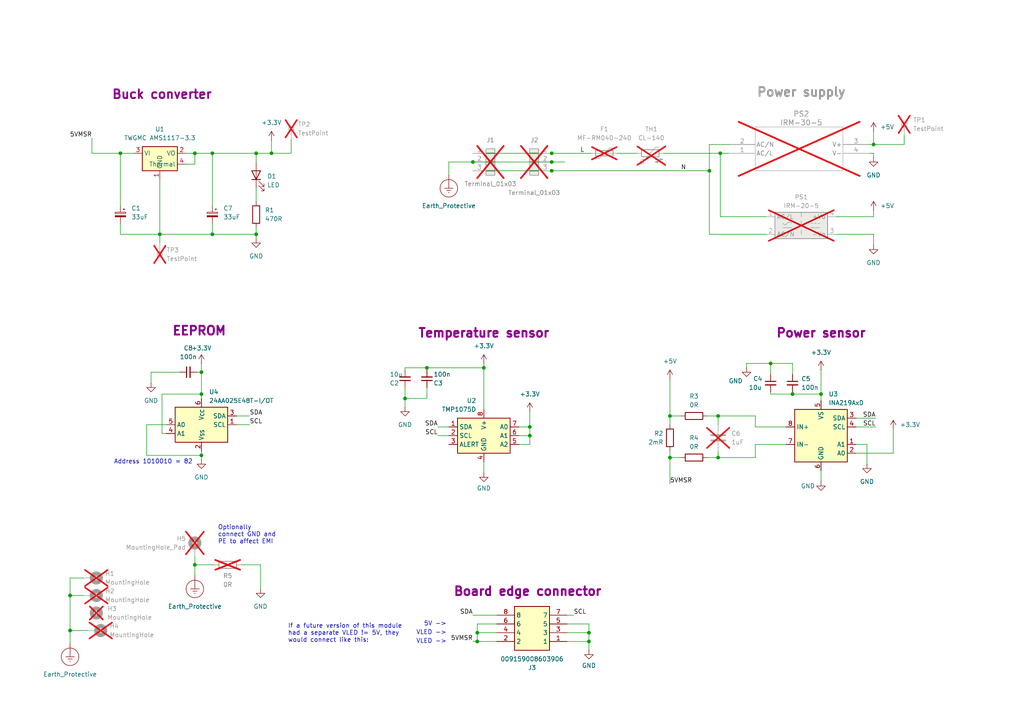
<source format=kicad_sch>
(kicad_sch (version 20231120) (generator "eeschema") (generator_version "8.0")
  (paper "A4")
  (title_block (title "besteLampe! ABL Power Module") (date "2024-12-15") (rev "1.2.2") (comment 1 "See https://beste-lampe.de for the source and more information") (comment 2 "This source describes Open Hardware and is licensed under the CERN-OHL-S v2.") (comment 3 "Copyright 2024 Lena Schimmel <mail@lenaschimmel.de>") (comment 4 "Design for JLCPCB 1-2 Layer Service"))
  (lib_symbols
    (symbol "009159008603906:009159008603906"
      (property "Reference" "J" (at 16.51 7.62 0))
      (property "Value" "009159008603906" (at 16.51 5.08 0))
      (symbol "009159008603906_1_1"
        (rectangle (start 5.08 2.54) (end 15.24 -10.16) (stroke (width 0.254)) (fill (type background)))
        (pin passive line (at 20.32 0 180) (length 5.08) (name "1") (number "1"))
        (pin passive line (at 0 0 0) (length 5.08) (name "2") (number "2"))
        (pin passive line (at 20.32 -2.54 180) (length 5.08) (name "3") (number "3"))
        (pin passive line (at 0 -2.54 0) (length 5.08) (name "4") (number "4"))
        (pin passive line (at 20.32 -5.08 180) (length 5.08) (name "5") (number "5"))
        (pin passive line (at 0 -5.08 0) (length 5.08) (name "6") (number "6"))
        (pin passive line (at 20.32 -7.62 180) (length 5.08) (name "7") (number "7"))
        (pin passive line (at 0 -7.62 0) (length 5.08) (name "8") (number "8"))
      )
    )
    (symbol "Connector:TestPoint" (pin_numbers hide) (pin_names (offset 0.762) hide)
      (property "Reference" "TP" (at 0 6.858 0))
      (property "Value" "TestPoint" (at 0 5.08 0))
      (symbol "TestPoint_0_1"
        (circle (center 0 3.302) (radius 0.762))
      )
      (symbol "TestPoint_1_1"
        (pin passive line (at 0 0 90) (length 2.54) (name "1") (number "1"))
      )
    )
    (symbol "Connector_Generic:Conn_01x03_thru" (pin_names (offset 1.016) hide)
      (property "Reference" "J" (at 0 5.08 0))
      (property "Value" "Conn_01x03" (at 0 -5.08 0))
      (symbol "Conn_01x03_thru_1_1"
        (rectangle (start -1.27 -2.413) (end 1.27 -2.667) (stroke (width 0.1524)))
        (rectangle (start -1.27 0.127) (end 1.27 -0.127) (stroke (width 0.1524)))
        (rectangle (start -1.27 2.667) (end 1.27 2.413) (stroke (width 0.1524)))
        (rectangle (start -1.27 3.81) (end 1.27 -3.81) (stroke (width 0.254)) (fill (type background)))
        (pin passive line (at -5.08 2.54 0) (length 3.81) (name "Pin_1") (number "1"))
        (pin passive line (at -5.08 0 0) (length 3.81) (name "Pin_2") (number "2"))
        (pin passive line (at -5.08 -2.54 0) (length 3.81) (name "Pin_3") (number "3"))
      )
    )
    (symbol "Converter_ACDC:IRM-20-5"
      (property "Reference" "PS" (at 0 5.08 0))
      (property "Value" "IRM-20-5" (at 0 -5.08 0))
      (symbol "IRM-20-5_0_1"
        (rectangle (start -7.62 3.81) (end 7.62 -3.81) (stroke (width 0.254)) (fill (type background)))
        (arc (start -5.334 0.635) (mid -4.699 0.2495) (end -4.064 0.635))
        (arc (start -2.794 0.635) (mid -3.429 1.0072) (end -4.064 0.635))
        (polyline (pts (xy -5.334 -0.635) (xy -2.794 -0.635)))
        (polyline (pts (xy 0 -1.27) (xy 0 -2.54)))
        (polyline (pts (xy 0 1.27) (xy 0 0)))
        (polyline (pts (xy 0 3.81) (xy 0 2.54)))
        (polyline (pts (xy 2.794 -0.635) (xy 5.334 -0.635)))
        (polyline (pts (xy 2.794 0.635) (xy 3.302 0.635)))
        (polyline (pts (xy 3.81 0.635) (xy 4.318 0.635)))
        (polyline (pts (xy 4.826 0.635) (xy 5.334 0.635)))
      )
      (symbol "IRM-20-5_1_1"
        (pin power_in line (at -10.16 2.54 0) (length 2.54) (name "AC/L") (number "1"))
        (pin power_in line (at -10.16 -2.54 0) (length 2.54) (name "AC/N") (number "2"))
        (pin power_out line (at 10.16 -2.54 180) (length 2.54) (name "-Vo") (number "3"))
        (pin power_out line (at 10.16 2.54 180) (length 2.54) (name "+Vo") (number "4"))
      )
    )
    (symbol "Device:C" (pin_numbers hide) (pin_names (offset 0.254))
      (property "Reference" "C" (at 0.635 2.54 0))
      (property "Value" "C" (at 0.635 -2.54 0))
      (symbol "C_0_1"
        (polyline (pts (xy -2.032 -0.762) (xy 2.032 -0.762)) (stroke (width 0.508)))
        (polyline (pts (xy -2.032 0.762) (xy 2.032 0.762)) (stroke (width 0.508)))
      )
      (symbol "C_1_1"
        (pin passive line (at 0 3.81 270) (length 2.794) (name "~") (number "1"))
        (pin passive line (at 0 -3.81 90) (length 2.794) (name "~") (number "2"))
      )
    )
    (symbol "Device:C_Polarized_Small" (pin_numbers hide) (pin_names (offset 0.254) hide)
      (property "Reference" "C" (at 0.254 1.778 0))
      (property "Value" "C_Polarized_Small" (at 0.254 -2.032 0))
      (symbol "C_Polarized_Small_0_1"
        (rectangle (start -1.524 -0.3048) (end 1.524 -0.6858) (fill (type outline)))
        (rectangle (start -1.524 0.6858) (end 1.524 0.3048))
        (polyline (pts (xy -1.27 1.524) (xy -0.762 1.524)))
        (polyline (pts (xy -1.016 1.27) (xy -1.016 1.778)))
      )
      (symbol "C_Polarized_Small_1_1"
        (pin passive line (at 0 2.54 270) (length 1.8542) (name "~") (number "1"))
        (pin passive line (at 0 -2.54 90) (length 1.8542) (name "~") (number "2"))
      )
    )
    (symbol "Device:C_Small" (pin_numbers hide) (pin_names (offset 0.254) hide)
      (property "Reference" "C" (at 0.254 1.778 0))
      (property "Value" "C_Small" (at 0.254 -2.032 0))
      (symbol "C_Small_0_1"
        (polyline (pts (xy -1.524 -0.508) (xy 1.524 -0.508)) (stroke (width 0.3302)))
        (polyline (pts (xy -1.524 0.508) (xy 1.524 0.508)) (stroke (width 0.3048)))
      )
      (symbol "C_Small_1_1"
        (pin passive line (at 0 2.54 270) (length 2.032) (name "~") (number "1"))
        (pin passive line (at 0 -2.54 90) (length 2.032) (name "~") (number "2"))
      )
    )
    (symbol "Device:LED" (pin_numbers hide) (pin_names (offset 1.016) hide)
      (property "Reference" "D" (at 0 2.54 0))
      (property "Value" "LED" (at 0 -2.54 0))
      (symbol "LED_0_1"
        (polyline (pts (xy -1.27 -1.27) (xy -1.27 1.27)) (stroke (width 0.254)))
        (polyline (pts (xy -1.27 0) (xy 1.27 0)))
        (polyline (pts (xy 1.27 -1.27) (xy 1.27 1.27) (xy -1.27 0) (xy 1.27 -1.27)) (stroke (width 0.254)))
        (polyline (pts (xy -3.048 -0.762) (xy -4.572 -2.286) (xy -3.81 -2.286) (xy -4.572 -2.286) (xy -4.572 -1.524)))
        (polyline (pts (xy -1.778 -0.762) (xy -3.302 -2.286) (xy -2.54 -2.286) (xy -3.302 -2.286) (xy -3.302 -1.524)))
      )
      (symbol "LED_1_1"
        (pin passive line (at -3.81 0 0) (length 2.54) (name "K") (number "1"))
        (pin passive line (at 3.81 0 180) (length 2.54) (name "A") (number "2"))
      )
    )
    (symbol "Device:Polyfuse" (pin_numbers hide) (pin_names (offset 0))
      (property "Reference" "F" (at -2.54 0 90))
      (property "Value" "Polyfuse" (at 2.54 0 90))
      (symbol "Polyfuse_0_1"
        (rectangle (start -0.762 2.54) (end 0.762 -2.54) (stroke (width 0.254)))
        (polyline (pts (xy 0 2.54) (xy 0 -2.54)))
        (polyline (pts (xy -1.524 2.54) (xy -1.524 1.524) (xy 1.524 -1.524) (xy 1.524 -2.54)))
      )
      (symbol "Polyfuse_1_1"
        (pin passive line (at 0 3.81 270) (length 1.27) (name "~") (number "1"))
        (pin passive line (at 0 -3.81 90) (length 1.27) (name "~") (number "2"))
      )
    )
    (symbol "Device:R" (pin_numbers hide) (pin_names (offset 0))
      (property "Reference" "R" (at 2.032 0 90))
      (property "Value" "R" (at 0 0 90))
      (symbol "R_0_1"
        (rectangle (start -1.016 -2.54) (end 1.016 2.54) (stroke (width 0.254)))
      )
      (symbol "R_1_1"
        (pin passive line (at 0 3.81 270) (length 1.27) (name "~") (number "1"))
        (pin passive line (at 0 -3.81 90) (length 1.27) (name "~") (number "2"))
      )
    )
    (symbol "Device:Thermistor_NTC" (pin_numbers hide) (pin_names (offset 0))
      (property "Reference" "TH" (at -4.445 0 90))
      (property "Value" "Thermistor_NTC" (at 3.175 0 90))
      (symbol "Thermistor_NTC_0_1"
        (arc (start -3.048 2.159) (mid -3.0495 2.3143) (end -3.175 2.413))
        (arc (start -3.048 2.159) (mid -2.9736 1.9794) (end -2.794 1.905))
        (arc (start -3.048 2.794) (mid -2.9736 2.6144) (end -2.794 2.54))
        (arc (start -2.794 1.905) (mid -2.6144 1.9794) (end -2.54 2.159))
        (arc (start -2.794 2.54) (mid -2.4393 2.5587) (end -2.159 2.794))
        (arc (start -2.794 3.048) (mid -2.9736 2.9736) (end -3.048 2.794))
        (arc (start -2.54 2.794) (mid -2.6144 2.9736) (end -2.794 3.048))
        (rectangle (start -1.016 2.54) (end 1.016 -2.54) (stroke (width 0.254)))
        (polyline (pts (xy -2.54 2.159) (xy -2.54 2.794)))
        (polyline (pts (xy -1.778 2.54) (xy -1.778 1.524) (xy 1.778 -1.524) (xy 1.778 -2.54)))
        (polyline (pts (xy -2.54 -3.683) (xy -2.54 -1.397) (xy -2.794 -2.159) (xy -2.286 -2.159) (xy -2.54 -1.397) (xy -2.54 -1.651)) (fill (type outline)))
        (polyline (pts (xy -1.778 -1.397) (xy -1.778 -3.683) (xy -2.032 -2.921) (xy -1.524 -2.921) (xy -1.778 -3.683) (xy -1.778 -3.429)) (fill (type outline)))
      )
      (symbol "Thermistor_NTC_1_1"
        (pin passive line (at 0 3.81 270) (length 1.27) (name "~") (number "1"))
        (pin passive line (at 0 -3.81 90) (length 1.27) (name "~") (number "2"))
      )
    )
    (symbol "Meanwell IRM-30:IRM-30-5" (pin_names (offset 0.254))
      (property "Reference" "U" (at 20.32 10.16 0))
      (property "Value" "IRM-30-5" (at 20.32 7.62 0))
      (symbol "IRM-30-5_0_1"
        (polyline (pts (xy 7.62 -7.62) (xy 33.02 -7.62)) (stroke (width 0.127)))
        (polyline (pts (xy 7.62 5.08) (xy 7.62 -7.62)) (stroke (width 0.127)))
        (polyline (pts (xy 33.02 -7.62) (xy 33.02 5.08)) (stroke (width 0.127)))
        (polyline (pts (xy 33.02 5.08) (xy 7.62 5.08)) (stroke (width 0.127)))
        (pin unspecified line (at 0 0 0) (length 7.62) (name "AC/L") (number "1"))
        (pin unspecified line (at 0 -2.54 0) (length 7.62) (name "AC/N") (number "2"))
        (pin power_in line (at 40.64 -2.54 180) (length 7.62) (name "V+") (number "3"))
        (pin power_in line (at 40.64 0 180) (length 7.62) (name "V-") (number "4"))
      )
    )
    (symbol "Mechanical:MountingHole" (pin_names (offset 1.016)) (exclude_from_sim yes) (in_bom no)
      (property "Reference" "H" (at 0 5.08 0))
      (property "Value" "MountingHole" (at 0 3.175 0))
      (symbol "MountingHole_0_1"
        (circle (center 0 0) (radius 1.27) (stroke (width 1.27)))
      )
    )
    (symbol "Mechanical:MountingHole_Pad" (pin_numbers hide) (pin_names (offset 1.016) hide) (exclude_from_sim yes) (in_bom no)
      (property "Reference" "H" (at 0 6.35 0))
      (property "Value" "MountingHole_Pad" (at 0 4.445 0))
      (symbol "MountingHole_Pad_0_1"
        (circle (center 0 1.27) (radius 1.27) (stroke (width 1.27)))
      )
      (symbol "MountingHole_Pad_1_1"
        (pin input line (at 0 -2.54 90) (length 2.54) (name "1") (number "1"))
      )
    )
    (symbol "Memory_EEPROM:24AA02XEXX"
      (property "Reference" "U" (at -7.62 6.35 0))
      (property "Value" "24AA02-OT" (at 2.54 -6.35 0))
      (symbol "24AA02XEXX_1_1"
        (rectangle (start -7.62 5.08) (end 7.62 -5.08) (stroke (width 0.254)) (fill (type background)))
        (pin input line (at 10.16 0 180) (length 2.54) (name "SCL") (number "1"))
        (pin power_in line (at 0 -7.62 90) (length 2.54) (name "V_{SS}") (number "2"))
        (pin bidirectional line (at 10.16 2.54 180) (length 2.54) (name "SDA") (number "3"))
        (pin input line (at -10.16 -2.54 0) (length 2.54) (name "A1") (number "4"))
        (pin input line (at -10.16 0 0) (length 2.54) (name "A0") (number "5"))
        (pin power_in line (at 0 7.62 270) (length 2.54) (name "V_{CC}") (number "6"))
      )
    )
    (symbol "Regulator_Linear:AMS1117-3.3-Thermal-pad"
      (property "Reference" "U" (at -3.81 3.175 0))
      (property "Value" "AMS1117-3.3" (at 0 3.175 0))
      (symbol "AMS1117-3.3-Thermal-pad_0_1"
        (rectangle (start -5.08 1.905) (end 5.08 -5.08) (stroke (width 0.254)) (fill (type background)))
      )
      (symbol "AMS1117-3.3-Thermal-pad_1_1"
        (pin power_in line (at 0 -7.62 90) (length 2.54) (name "GND") (number "1"))
        (pin power_out line (at 7.62 0 180) (length 2.54) (name "VO") (number "2"))
        (pin power_in line (at -7.62 0 0) (length 2.54) (name "VI") (number "3"))
        (pin power_out line (at 7.62 -3.175 180) (length 2.54) (name "Thermal") (number "4"))
      )
    )
    (symbol "Sensor_Energy:INA219AxD"
      (property "Reference" "U" (at -6.35 8.89 0))
      (property "Value" "INA219AxD" (at 5.08 8.89 0))
      (symbol "INA219AxD_0_1"
        (rectangle (start -7.62 7.62) (end 7.62 -7.62) (stroke (width 0.254)) (fill (type background)))
      )
      (symbol "INA219AxD_1_1"
        (pin input line (at 10.16 -2.54 180) (length 2.54) (name "A1") (number "1"))
        (pin input line (at 10.16 -5.08 180) (length 2.54) (name "A0") (number "2"))
        (pin bidirectional line (at 10.16 5.08 180) (length 2.54) (name "SDA") (number "3"))
        (pin input line (at 10.16 2.54 180) (length 2.54) (name "SCL") (number "4"))
        (pin power_in line (at 0 10.16 270) (length 2.54) (name "VS") (number "5"))
        (pin power_in line (at 0 -10.16 90) (length 2.54) (name "GND") (number "6"))
        (pin input line (at -10.16 -2.54 0) (length 2.54) (name "IN-") (number "7"))
        (pin input line (at -10.16 2.54 0) (length 2.54) (name "IN+") (number "8"))
      )
    )
    (symbol "Sensor_Temperature:TMP1075D"
      (property "Reference" "U" (at -6.35 6.35 0))
      (property "Value" "TMP1075D" (at 6.35 6.35 0))
      (symbol "TMP1075D_0_1"
        (rectangle (start -7.62 5.08) (end 7.62 -5.08) (stroke (width 0.254)) (fill (type background)))
      )
      (symbol "TMP1075D_1_1"
        (pin bidirectional line (at 10.16 2.54 180) (length 2.54) (name "SDA") (number "1"))
        (pin input line (at 10.16 0 180) (length 2.54) (name "SCL") (number "2"))
        (pin open_collector line (at 10.16 -2.54 180) (length 2.54) (name "ALERT") (number "3"))
        (pin power_in line (at 0 -7.62 90) (length 2.54) (name "GND") (number "4"))
        (pin input line (at -10.16 -2.54 0) (length 2.54) (name "A2") (number "5"))
        (pin input line (at -10.16 0 0) (length 2.54) (name "A1") (number "6"))
        (pin input line (at -10.16 2.54 0) (length 2.54) (name "A0") (number "7"))
        (pin power_in line (at 0 7.62 270) (length 2.54) (name "V+") (number "8"))
      )
    )
    (symbol "power:+3.3V" (power) (pin_numbers hide) (pin_names (offset 0) hide)
      (property "Value" "+3.3V" (at 0 3.556 0))
      (symbol "+3.3V_0_1"
        (polyline (pts (xy -0.762 1.27) (xy 0 2.54)))
        (polyline (pts (xy 0 0) (xy 0 2.54)))
        (polyline (pts (xy 0 2.54) (xy 0.762 1.27)))
      )
      (symbol "+3.3V_1_1"
        (pin power_in line (at 0 0 90) (length 0) (name "~") (number "1"))
      )
    )
    (symbol "power:+5V" (power) (pin_numbers hide) (pin_names (offset 0) hide)
      (property "Value" "+5V" (at 0 3.556 0))
      (symbol "+5V_0_1"
        (polyline (pts (xy -0.762 1.27) (xy 0 2.54)))
        (polyline (pts (xy 0 0) (xy 0 2.54)))
        (polyline (pts (xy 0 2.54) (xy 0.762 1.27)))
      )
      (symbol "+5V_1_1"
        (pin power_in line (at 0 0 90) (length 0) (name "~") (number "1"))
      )
    )
    (symbol "power:Earth_Protective" (power) (pin_numbers hide) (pin_names (offset 0) hide)
      (property "Value" "Earth_Protective" (at 0 -7.62 0))
      (symbol "Earth_Protective_0_1"
        (circle (center 0 -3.81) (radius 2.54))
        (polyline (pts (xy -0.635 -4.445) (xy 0.635 -4.445)))
        (polyline (pts (xy -0.127 -5.08) (xy 0.127 -5.08)))
        (polyline (pts (xy 0 -3.81) (xy 0 0)))
        (polyline (pts (xy 1.27 -3.81) (xy -1.27 -3.81)))
      )
      (symbol "Earth_Protective_1_1"
        (pin power_in line (at 0 0 270) (length 0) (name "~") (number "1"))
      )
    )
    (symbol "power:GND" (power) (pin_numbers hide) (pin_names (offset 0) hide)
      (property "Value" "GND" (at 0 -3.81 0))
      (symbol "GND_0_1"
        (polyline (pts (xy 0 0) (xy 0 -1.27) (xy 1.27 -1.27) (xy 0 -2.54) (xy -1.27 -1.27) (xy 0 -1.27)))
      )
      (symbol "GND_1_1"
        (pin power_in line (at 0 0 270) (length 0) (name "~") (number "1"))
      )
    )
  )
  (junction (at 56.515 44.45))
  (junction (at 137.16 46.99))
  (junction (at 140.335 106.68))
  (junction (at 58.42 114.3))
  (junction (at 46.355 67.945))
  (junction (at 194.31 120.65))
  (junction (at 160.02 49.53))
  (junction (at 20.32 182.88))
  (junction (at 160.02 46.99))
  (junction (at 74.295 44.45))
  (junction (at 61.595 44.45))
  (junction (at 208.915 44.45))
  (junction (at 58.42 107.95))
  (junction (at 229.87 114.3))
  (junction (at 153.67 126.365))
  (junction (at 74.295 67.945))
  (junction (at 123.825 106.68))
  (junction (at 170.815 186.055))
  (junction (at 205.74 49.53))
  (junction (at 56.515 163.83))
  (junction (at 20.32 172.72))
  (junction (at 61.595 67.945))
  (junction (at 223.52 105.41))
  (junction (at 34.925 44.45))
  (junction (at 117.475 115.57))
  (junction (at 253.365 41.91))
  (junction (at 208.28 120.65))
  (junction (at 153.67 123.825))
  (junction (at 238.125 114.3))
  (junction (at 78.74 44.45))
  (junction (at 160.02 44.45))
  (junction (at 138.43 186.055))
  (junction (at 194.31 132.715))
  (junction (at 208.28 132.715))
  (junction (at 58.42 132.08))
  (junction (at 170.815 183.515))
  (junction (at 138.43 183.515))
  (wire (pts (xy 205.74 49.53) (xy 205.74 67.945)))
  (wire (pts (xy 223.52 105.41) (xy 229.87 105.41)))
  (wire (pts (xy 194.31 132.715) (xy 194.31 140.335)))
  (wire (pts (xy 252.095 44.45) (xy 253.365 44.45)))
  (wire (pts (xy 150.495 128.905) (xy 153.67 128.905)))
  (wire (pts (xy 194.31 130.81) (xy 194.31 132.715)))
  (wire (pts (xy 238.125 136.525) (xy 238.125 139.7)))
  (wire (pts (xy 229.87 105.41) (xy 229.87 108.585)))
  (wire (pts (xy 138.43 186.055) (xy 138.43 183.515)))
  (wire (pts (xy 216.535 105.41) (xy 223.52 105.41)))
  (wire (pts (xy 20.32 167.64) (xy 20.32 172.72)))
  (wire (pts (xy 164.465 186.055) (xy 170.815 186.055)))
  (wire (pts (xy 253.365 67.945) (xy 253.365 71.12)))
  (wire (pts (xy 74.295 54.61) (xy 74.295 58.42)))
  (wire (pts (xy 24.13 167.64) (xy 20.32 167.64)))
  (wire (pts (xy 170.815 180.975) (xy 170.815 183.515)))
  (wire (pts (xy 179.07 44.45) (xy 184.785 44.45)))
  (wire (pts (xy 74.295 67.945) (xy 74.295 69.215)))
  (wire (pts (xy 229.87 114.3) (xy 223.52 114.3)))
  (wire (pts (xy 26.67 40.005) (xy 26.67 44.45)))
  (wire (pts (xy 137.16 186.055) (xy 138.43 186.055)))
  (wire (pts (xy 56.515 161.29) (xy 56.515 163.83)))
  (wire (pts (xy 216.535 106.68) (xy 216.535 105.41)))
  (wire (pts (xy 46.355 67.945) (xy 61.595 67.945)))
  (wire (pts (xy 74.295 66.04) (xy 74.295 67.945)))
  (wire (pts (xy 78.74 40.64) (xy 78.74 44.45)))
  (wire (pts (xy 170.815 183.515) (xy 170.815 186.055)))
  (wire (pts (xy 208.28 130.81) (xy 208.28 132.715)))
  (wire (pts (xy 46.99 114.3) (xy 58.42 114.3)))
  (wire (pts (xy 127 126.365) (xy 130.175 126.365)))
  (wire (pts (xy 58.42 132.08) (xy 58.42 133.35)))
  (wire (pts (xy 34.925 67.945) (xy 46.355 67.945)))
  (wire (pts (xy 46.99 125.73) (xy 46.99 114.3)))
  (wire (pts (xy 205.74 41.91) (xy 205.74 49.53)))
  (wire (pts (xy 222.25 62.865) (xy 208.915 62.865)))
  (wire (pts (xy 34.925 59.69) (xy 34.925 44.45)))
  (wire (pts (xy 219.075 123.825) (xy 219.075 120.65)))
  (wire (pts (xy 248.285 128.905) (xy 251.46 128.905)))
  (wire (pts (xy 69.85 163.83) (xy 75.565 163.83)))
  (wire (pts (xy 20.32 182.88) (xy 20.32 172.72)))
  (wire (pts (xy 75.565 163.83) (xy 75.565 170.815)))
  (wire (pts (xy 68.58 123.19) (xy 72.39 123.19)))
  (wire (pts (xy 46.355 70.485) (xy 46.355 67.945)))
  (wire (pts (xy 153.67 126.365) (xy 153.67 123.825)))
  (wire (pts (xy 26.67 44.45) (xy 34.925 44.45)))
  (wire (pts (xy 150.495 126.365) (xy 153.67 126.365)))
  (wire (pts (xy 78.74 44.45) (xy 84.455 44.45)))
  (wire (pts (xy 117.475 115.57) (xy 117.475 118.11)))
  (wire (pts (xy 58.42 114.3) (xy 58.42 115.57)))
  (wire (pts (xy 68.58 120.65) (xy 72.39 120.65)))
  (wire (pts (xy 140.335 106.68) (xy 140.335 118.745)))
  (wire (pts (xy 43.815 111.125) (xy 43.815 107.95)))
  (wire (pts (xy 34.925 44.45) (xy 38.735 44.45)))
  (wire (pts (xy 248.285 121.285) (xy 254 121.285)))
  (wire (pts (xy 46.355 52.07) (xy 46.355 67.945)))
  (wire (pts (xy 137.16 178.435) (xy 144.145 178.435)))
  (wire (pts (xy 164.465 183.515) (xy 170.815 183.515)))
  (wire (pts (xy 194.31 120.65) (xy 194.31 123.19)))
  (wire (pts (xy 164.465 178.435) (xy 166.37 178.435)))
  (wire (pts (xy 153.67 126.365) (xy 153.67 128.905)))
  (wire (pts (xy 208.28 120.65) (xy 219.075 120.65)))
  (wire (pts (xy 170.815 186.055) (xy 170.815 188.595)))
  (wire (pts (xy 117.475 112.395) (xy 117.475 115.57)))
  (wire (pts (xy 58.42 107.95) (xy 58.42 114.3)))
  (wire (pts (xy 248.285 131.445) (xy 259.08 131.445)))
  (wire (pts (xy 56.515 167.005) (xy 56.515 163.83)))
  (wire (pts (xy 238.125 114.3) (xy 238.125 116.205)))
  (wire (pts (xy 56.515 44.45) (xy 61.595 44.45)))
  (wire (pts (xy 138.43 186.055) (xy 144.145 186.055)))
  (wire (pts (xy 192.405 44.45) (xy 208.915 44.45)))
  (wire (pts (xy 84.455 44.45) (xy 84.455 40.64)))
  (wire (pts (xy 160.02 49.53) (xy 205.74 49.53)))
  (wire (pts (xy 138.43 180.975) (xy 138.43 183.515)))
  (wire (pts (xy 61.595 67.945) (xy 74.295 67.945)))
  (wire (pts (xy 57.15 107.95) (xy 58.42 107.95)))
  (wire (pts (xy 150.495 123.825) (xy 153.67 123.825)))
  (wire (pts (xy 58.42 130.81) (xy 58.42 132.08)))
  (wire (pts (xy 140.335 133.985) (xy 140.335 137.16)))
  (wire (pts (xy 61.595 44.45) (xy 61.595 59.69)))
  (wire (pts (xy 242.57 62.865) (xy 253.365 62.865)))
  (wire (pts (xy 252.095 41.91) (xy 253.365 41.91)))
  (wire (pts (xy 34.925 64.77) (xy 34.925 67.945)))
  (wire (pts (xy 20.32 186.69) (xy 20.32 182.88)))
  (wire (pts (xy 259.08 131.445) (xy 259.08 124.46)))
  (wire (pts (xy 219.075 123.825) (xy 227.965 123.825)))
  (wire (pts (xy 153.67 123.825) (xy 153.67 119.38)))
  (wire (pts (xy 223.52 108.585) (xy 223.52 105.41)))
  (wire (pts (xy 140.335 105.41) (xy 140.335 106.68)))
  (wire (pts (xy 208.28 132.715) (xy 219.075 132.715)))
  (wire (pts (xy 123.825 106.68) (xy 117.475 106.68)))
  (wire (pts (xy 164.465 180.975) (xy 170.815 180.975)))
  (wire (pts (xy 205.105 132.715) (xy 208.28 132.715)))
  (wire (pts (xy 208.915 62.865) (xy 208.915 44.45)))
  (wire (pts (xy 137.16 46.99) (xy 160.02 46.99)))
  (wire (pts (xy 56.515 47.625) (xy 56.515 44.45)))
  (wire (pts (xy 117.475 115.57) (xy 123.825 115.57)))
  (wire (pts (xy 43.815 107.95) (xy 52.07 107.95)))
  (wire (pts (xy 197.485 120.65) (xy 194.31 120.65)))
  (wire (pts (xy 74.295 44.45) (xy 74.295 46.99)))
  (wire (pts (xy 78.74 44.45) (xy 74.295 44.45)))
  (wire (pts (xy 222.25 67.945) (xy 205.74 67.945)))
  (wire (pts (xy 253.365 45.72) (xy 253.365 44.45)))
  (wire (pts (xy 53.975 47.625) (xy 56.515 47.625)))
  (wire (pts (xy 238.125 107.315) (xy 238.125 114.3)))
  (wire (pts (xy 53.975 44.45) (xy 56.515 44.45)))
  (wire (pts (xy 219.075 132.715) (xy 219.075 128.905)))
  (wire (pts (xy 229.87 113.665) (xy 229.87 114.3)))
  (wire (pts (xy 208.28 120.65) (xy 205.105 120.65)))
  (wire (pts (xy 130.175 46.99) (xy 137.16 46.99)))
  (wire (pts (xy 61.595 44.45) (xy 74.295 44.45)))
  (wire (pts (xy 160.02 46.99) (xy 163.83 46.99)))
  (wire (pts (xy 160.02 44.45) (xy 171.45 44.45)))
  (wire (pts (xy 123.825 115.57) (xy 123.825 112.395)))
  (wire (pts (xy 20.32 182.88) (xy 25.4 182.88)))
  (wire (pts (xy 138.43 180.975) (xy 144.145 180.975)))
  (wire (pts (xy 251.46 134.62) (xy 251.46 128.905)))
  (wire (pts (xy 48.26 125.73) (xy 46.99 125.73)))
  (wire (pts (xy 130.175 46.99) (xy 130.175 50.8)))
  (wire (pts (xy 42.545 123.19) (xy 42.545 132.08)))
  (wire (pts (xy 58.42 105.41) (xy 58.42 107.95)))
  (wire (pts (xy 208.28 120.65) (xy 208.28 123.19)))
  (wire (pts (xy 123.825 106.68) (xy 123.825 107.315)))
  (wire (pts (xy 205.74 41.91) (xy 211.455 41.91)))
  (wire (pts (xy 262.255 41.91) (xy 253.365 41.91)))
  (wire (pts (xy 56.515 163.83) (xy 62.23 163.83)))
  (wire (pts (xy 248.285 123.825) (xy 254 123.825)))
  (wire (pts (xy 208.915 44.45) (xy 211.455 44.45)))
  (wire (pts (xy 229.87 114.3) (xy 238.125 114.3)))
  (wire (pts (xy 20.32 172.72) (xy 24.13 172.72)))
  (wire (pts (xy 123.825 106.68) (xy 140.335 106.68)))
  (wire (pts (xy 137.16 44.45) (xy 160.02 44.45)))
  (wire (pts (xy 223.52 114.3) (xy 223.52 113.665)))
  (wire (pts (xy 137.16 49.53) (xy 160.02 49.53)))
  (wire (pts (xy 253.365 41.91) (xy 253.365 38.1)))
  (wire (pts (xy 61.595 64.77) (xy 61.595 67.945)))
  (wire (pts (xy 42.545 132.08) (xy 58.42 132.08)))
  (wire (pts (xy 127 123.825) (xy 130.175 123.825)))
  (wire (pts (xy 253.365 60.96) (xy 253.365 62.865)))
  (wire (pts (xy 194.31 132.715) (xy 197.485 132.715)))
  (wire (pts (xy 242.57 67.945) (xy 253.365 67.945)))
  (wire (pts (xy 138.43 183.515) (xy 144.145 183.515)))
  (wire (pts (xy 194.31 109.855) (xy 194.31 120.65)))
  (wire (pts (xy 42.545 123.19) (xy 48.26 123.19)))
  (wire (pts (xy 219.075 128.905) (xy 227.965 128.905)))
  (wire (pts (xy 117.475 106.68) (xy 117.475 107.315)))
  (wire (pts (xy 262.255 39.37) (xy 262.255 41.91)))
  (text_box "If a future version of this module had a separate VLED != 5V, they would connect like this:" (at 82.55 179.705 0) (size 36.195 10.16) (stroke (width -0.0001)) (effects (font (size 1.27 1.27)) (justify left top)))
  (text_box "Optionally connect GND and PE to affect EMI" (at 62.23 151.13 0) (size 19.05 8.89) (stroke (width -0.0001)) (effects (font (size 1.27 1.27)) (justify left top)))
  (text "Address 1010010 = 82" (at 33.02 133.985 0) (effects (font (size 1.27 1.27)) (justify left)))
  (text "VLED ->" (at 129.54 183.515 0) (effects (font (size 1.27 1.27)) (justify right)))
  (text "VLED ->" (at 129.54 186.055 0) (effects (font (size 1.27 1.27)) (justify right)))
  (text "5V ->" (at 129.54 180.975 0) (effects (font (size 1.27 1.27)) (justify right)))
  (label "5VMSR" (at 26.67 40.005 180))
  (label "5VMSR" (at 137.16 186.055 180))
  (label "N" (at 197.485 49.53 0))
  (label "SCL" (at 166.37 178.435 0))
  (label "SCL" (at 72.39 123.19 0))
  (label "SDA" (at 127 123.825 180))
  (label "SCL" (at 254 123.825 180))
  (label "SDA" (at 254 121.285 180))
  (label "SDA" (at 72.39 120.65 0))
  (label "L" (at 168.275 44.45 0))
  (label "5VMSR" (at 194.31 140.335 0))
  (label "SCL" (at 127 126.365 180))
  (label "SDA" (at 137.16 178.435 180))
  (symbol (lib_id "Device:C_Small") (at 223.52 111.125 0) (unit 1)
    (property "Reference" "C4" (at 218.44 109.855 0) (effects (justify left)))
    (property "Value" "10u" (at 217.17 112.395 0) (effects (justify left)))
    (property "Footprint" "Capacitor_SMD:C_0402_1005Metric" (effects (hide yes)))
    (property "Description" "Unpolarized capacitor, small symbol" (effects (hide yes)))
    (property "LCSC Part" "C15525" (effects (hide yes)))
    (property "Manufacturer_Part_Number" "CL05A106MQ5NUNC" (effects (hide yes)))
  )
  (symbol (lib_id "Device:R") (at 66.04 163.83 90) (unit 1) (in_bom no) (dnp yes)
    (property "Reference" "R5" (at 66.04 167.005 90))
    (property "Value" "0R" (at 66.04 169.545 90))
    (property "Footprint" "Resistor_SMD:R_1206_3216Metric" (effects (hide yes)))
    (property "Description" "Resistor" (effects (hide yes)))
  )
  (symbol (lib_id "Device:R") (at 74.295 62.23 0) (unit 1)
    (property "Reference" "R1" (at 76.835 60.9599 0) (effects (justify left)))
    (property "Value" "470R" (at 76.835 63.4999 0) (effects (justify left)))
    (property "Footprint" "Resistor_SMD:R_0603_1608Metric" (effects (hide yes)))
    (property "Description" "Resistor" (effects (hide yes)))
    (property "LCSC Part" "C23179" (effects (hide yes)))
    (property "Manufacturer_Part_Number" "0603WAF4700T5E" (effects (hide yes)))
  )
  (symbol (lib_id "Mechanical:MountingHole") (at 27.94 177.8 0) (unit 1) (exclude_from_sim yes) (in_bom no) (dnp yes)
    (property "Reference" "H3" (at 31.115 176.5299 0) (effects (justify left)))
    (property "Value" "MountingHole" (at 31.115 179.0699 0) (effects (justify left)))
    (property "Footprint" "MountingHole:MountingHole_3.2mm_M3_DIN965" (effects (hide yes)))
    (property "Description" "Mounting Hole without connection" (effects (hide yes)))
  )
  (symbol (lib_id "power:GND") (at 253.365 71.12 0) (unit 1)
    (property "Reference" "#PWR05" (effects (hide yes)))
    (property "Value" "GND" (at 253.365 76.2 0))
    (property "Description" "Power symbol creates a global label with name \"GND\" , ground" (effects (hide yes)))
  )
  (symbol (lib_id "Device:C") (at 208.28 127 0) (unit 1) (dnp yes)
    (property "Reference" "C6" (at 212.09 125.7299 0) (effects (justify left)))
    (property "Value" "1uF" (at 212.09 128.2699 0) (effects (justify left)))
    (property "Footprint" "Capacitor_SMD:C_0603_1608Metric" (effects (hide yes)))
    (property "Description" "Unpolarized capacitor" (effects (hide yes)))
    (property "LCSC Part" "C15849" (effects (hide yes)))
    (property "Manufacturer_Part_Number" "CL10A105KB8NNNC" (effects (hide yes)))
  )
  (symbol (lib_id "Device:R") (at 201.295 132.715 90) (unit 1)
    (property "Reference" "R4" (at 201.295 127 90))
    (property "Value" "0R" (at 201.295 129.54 90))
    (property "Footprint" "Resistor_SMD:R_0603_1608Metric" (effects (hide yes)))
    (property "Description" "Resistor" (effects (hide yes)))
    (property "LCSC Part" "C21189" (effects (hide yes)))
    (property "Manufacturer_Part_Number" "0603WAF0000T5E" (effects (hide yes)))
  )
  (symbol (lib_id "power:GND") (at 58.42 133.35 0) (unit 1)
    (property "Reference" "#PWR024" (effects (hide yes)))
    (property "Value" "GND" (at 58.42 138.43 0))
    (property "Description" "Power symbol creates a global label with name \"GND\" , ground" (effects (hide yes)))
  )
  (symbol (lib_id "power:GND") (at 238.125 139.7 0) (unit 1)
    (property "Reference" "#PWR09" (effects (hide yes)))
    (property "Value" "GND" (at 234.315 140.97 0))
    (property "Description" "Power symbol creates a global label with name \"GND\" , ground" (effects (hide yes)))
  )
  (symbol (lib_id "Device:Polyfuse") (at 175.26 44.45 90) (unit 1) (dnp yes)
    (property "Reference" "F1" (at 175.26 37.465 90))
    (property "Value" "MF-RM040-240" (at 175.26 40.005 90))
    (property "Footprint" "Own footprints:Bourns MF-RM055-240 resettable fuse" (effects (hide yes)))
    (property "Description" "Resettable fuse, polymeric positive temperature coefficient" (effects (hide yes)))
    (property "Purpose" "Fuse" (effects (hide yes)))
  )
  (symbol (lib_id "Device:C_Polarized_Small") (at 34.925 62.23 0) (mirror y) (unit 1)
    (property "Reference" "C1" (at 38.1 60.4138 0) (effects (justify right)))
    (property "Value" "33uF" (at 38.1 62.9538 0) (effects (justify right)))
    (property "Footprint" "Capacitor_Tantalum_SMD:CP_EIA-3528-21_Kemet-B" (effects (hide yes)))
    (property "Description" "Polarized capacitor, small symbol" (effects (hide yes)))
    (property "LCSC Part" "C7203" (effects (hide yes)))
    (property "Manufacturer_Part_Number" "TAJB336K016RNJ" (effects (hide yes)))
    (property "Purpose" "Input bypass" (effects (hide yes)))
  )
  (symbol (lib_id "power:+3.3V") (at 78.74 40.64 0) (unit 1)
    (property "Reference" "#PWR017" (effects (hide yes)))
    (property "Value" "+3.3V" (at 78.74 35.56 0))
    (property "Description" "Power symbol creates a global label with name \"+3.3V\"" (effects (hide yes)))
  )
  (symbol (lib_id "power:+3.3V") (at 238.125 107.315 0) (unit 1)
    (property "Reference" "#PWR010" (effects (hide yes)))
    (property "Value" "+3.3V" (at 238.125 102.235 0))
    (property "Description" "Power symbol creates a global label with name \"+3.3V\"" (effects (hide yes)))
  )
  (symbol (lib_id "power:GND") (at 117.475 118.11 0) (mirror y) (unit 1)
    (property "Reference" "#PWR014" (effects (hide yes)))
    (property "Value" "GND" (at 117.475 123.19 0))
    (property "Description" "Power symbol creates a global label with name \"GND\" , ground" (effects (hide yes)))
  )
  (symbol (lib_id "power:Earth_Protective") (at 56.515 167.005 0) (unit 1)
    (property "Reference" "#PWR022" (effects (hide yes)))
    (property "Value" "Earth_Protective" (at 56.515 175.895 0))
    (property "Description" "Power symbol creates a global label with name \"Earth_Protective\"" (effects (hide yes)))
  )
  (symbol (lib_id "Device:C_Small") (at 229.87 111.125 0) (unit 1)
    (property "Reference" "C5" (at 232.41 109.8612 0) (effects (justify left)))
    (property "Value" "100n" (at 232.41 112.4012 0) (effects (justify left)))
    (property "Footprint" "Capacitor_SMD:C_0402_1005Metric" (effects (hide yes)))
    (property "Description" "Unpolarized capacitor, small symbol" (effects (hide yes)))
    (property "LCSC Part" "C1525" (effects (hide yes)))
    (property "Manufacturer_Part_Number" "CL05B104KO5NNNC" (effects (hide yes)))
  )
  (symbol (lib_id "Connector:TestPoint") (at 84.455 40.64 0) (unit 1) (dnp yes)
    (property "Reference" "TP2" (at 86.36 36.0679 0) (effects (justify left)))
    (property "Value" "TestPoint" (at 86.36 38.6079 0) (effects (justify left)))
    (property "Footprint" "TestPoint:TestPoint_THTPad_D1.0mm_Drill0.5mm" (effects (hide yes)))
    (property "Description" "test point" (effects (hide yes)))
  )
  (symbol (lib_id "Mechanical:MountingHole_Pad") (at 56.515 158.75 0) (mirror y) (unit 1) (exclude_from_sim yes) (in_bom no) (dnp yes)
    (property "Reference" "H5" (at 53.975 156.2099 0) (effects (justify left)))
    (property "Value" "MountingHole_Pad" (at 53.975 158.7499 0) (effects (justify left)))
    (property "Footprint" "MountingHole:MountingHole_5.3mm_M5_DIN965_Pad_TopOnly" (effects (hide yes)))
    (property "Description" "Mounting Hole with connection" (effects (hide yes)))
  )
  (symbol (lib_id "power:+3.3V") (at 259.08 124.46 0) (unit 1)
    (property "Reference" "#PWR015" (effects (hide yes)))
    (property "Value" "+3.3V" (at 260.985 123.1899 0) (effects (justify left)))
    (property "Description" "Power symbol creates a global label with name \"+3.3V\"" (effects (hide yes)))
  )
  (symbol (lib_id "power:GND") (at 140.335 137.16 0) (unit 1)
    (property "Reference" "#PWR08" (effects (hide yes)))
    (property "Value" "GND" (at 140.335 141.605 0))
    (property "Description" "Power symbol creates a global label with name \"GND\" , ground" (effects (hide yes)))
  )
  (symbol (lib_id "Mechanical:MountingHole_Pad") (at 27.94 182.88 270) (unit 1) (exclude_from_sim yes) (in_bom no) (dnp yes)
    (property "Reference" "H4" (at 31.75 181.6099 90) (effects (justify left)))
    (property "Value" "MountingHole" (at 31.75 184.1499 90) (effects (justify left)))
    (property "Footprint" "MountingHole:MountingHole_3.2mm_M3_DIN965_Pad_TopOnly" (effects (hide yes)))
    (property "Description" "Mounting Hole with connection" (effects (hide yes)))
  )
  (symbol (lib_id "Connector:TestPoint") (at 262.255 39.37 0) (unit 1) (dnp yes)
    (property "Reference" "TP1" (at 264.795 34.7979 0) (effects (justify left)))
    (property "Value" "TestPoint" (at 264.795 37.3379 0) (effects (justify left)))
    (property "Footprint" "TestPoint:TestPoint_THTPad_D1.0mm_Drill0.5mm" (effects (hide yes)))
    (property "Description" "test point" (effects (hide yes)))
  )
  (symbol (lib_id "Sensor_Temperature:TMP1075D") (at 140.335 126.365 0) (mirror y) (unit 1)
    (property "Reference" "U2" (at 138.1409 116.205 0) (effects (justify left)))
    (property "Value" "TMP1075D" (at 138.1409 118.745 0) (effects (justify left)))
    (property "Footprint" "Package_SO:VSSOP-8_3.0x3.0mm_P0.65mm" (effects (hide yes)))
    (property "Datasheet" "https://www.lcsc.com/datasheet/lcsc_datasheet_2303010700_Texas-Instruments-TMP1075DGKR_C2864807.pdf" (effects (hide yes)))
    (property "Description" "I2C-bus digital temperature sensor and thermal watchdog, SO-8" (effects (hide yes)))
    (property "LCSC Part" "C2864807" (effects (hide yes)))
    (property "Manufacturer_Part_Number" "TMP1075DGKR" (effects (hide yes)))
    (property "Purpose" "Temperature sensor" (at 140.335 96.52 0) (effects (font (size 2.54 2.54) (bold yes))))
  )
  (symbol (lib_id "Device:C_Polarized_Small") (at 61.595 62.23 0) (mirror y) (unit 1)
    (property "Reference" "C7" (at 64.77 60.4138 0) (effects (justify right)))
    (property "Value" "33uF" (at 64.77 62.9538 0) (effects (justify right)))
    (property "Footprint" "Capacitor_Tantalum_SMD:CP_EIA-3528-21_Kemet-B" (effects (hide yes)))
    (property "Description" "Polarized capacitor, small symbol" (effects (hide yes)))
    (property "LCSC Part" "C7203" (effects (hide yes)))
    (property "Manufacturer_Part_Number" "TAJB336K016RNJ" (effects (hide yes)))
    (property "Purpose" "Input bypass" (effects (hide yes)))
  )
  (symbol (lib_id "Device:Thermistor_NTC") (at 188.595 44.45 90) (unit 1) (dnp yes)
    (property "Reference" "TH1" (at 188.9125 37.465 90))
    (property "Value" "CL-140" (at 188.9125 40.005 90))
    (property "Footprint" "Own footprints:Amphenol NTC Inrush Current Limiter CL-140" (effects (hide yes)))
    (property "Description" "Temperature dependent resistor, negative temperature coefficient" (effects (hide yes)))
    (property "Purpose" "Inrush current limiter" (effects (hide yes)))
  )
  (symbol (lib_id "power:GND") (at 170.815 188.595 0) (unit 1)
    (property "Reference" "#PWR07" (effects (hide yes)))
    (property "Value" "GND" (at 170.815 193.04 0))
    (property "Description" "Power symbol creates a global label with name \"GND\" , ground" (effects (hide yes)))
  )
  (symbol (lib_id "power:GND") (at 251.46 134.62 0) (unit 1)
    (property "Reference" "#PWR016" (effects (hide yes)))
    (property "Value" "GND" (at 251.46 139.7 0))
    (property "Description" "Power symbol creates a global label with name \"GND\" , ground" (effects (hide yes)))
  )
  (symbol (lib_id "Memory_EEPROM:24AA02XEXX") (at 58.42 123.19 0) (unit 1)
    (property "Reference" "U4" (at 60.6141 113.665 0) (effects (justify left)))
    (property "Value" "24AA025E48T-I/OT" (at 60.6141 116.205 0) (effects (justify left)))
    (property "Footprint" "Package_TO_SOT_SMD:SOT-23-6" (effects (hide yes)))
    (property "Datasheet" "https://www.lcsc.com/datasheet/lcsc_datasheet_1810121540_Microchip-Tech-24AA025E48T-I-OT_C129895.pdf" (effects (hide yes)))
    (property "Description" "I2C Serial EEPROM, 2Kb, SOT-23" (effects (hide yes)))
    (property "In Stock" "18" (effects (hide yes)))
    (property "Manufacturer_Part_Number" "24AA025E48T-I/OT" (effects (hide yes)))
    (property "LCSC Part #" "C129895" (effects (hide yes)))
    (property "Purpose" "EEPROM" (at 57.785 95.885 0) (effects (font (size 2.54 2.54) (bold yes))))
    (property "LCSC Part" "C2061498" (effects (hide yes)))
  )
  (symbol (lib_id "power:+3.3V") (at 153.67 119.38 0) (unit 1)
    (property "Reference" "#PWR018" (effects (hide yes)))
    (property "Value" "+3.3V" (at 153.67 114.3 0))
    (property "Description" "Power symbol creates a global label with name \"+3.3V\"" (effects (hide yes)))
  )
  (symbol (lib_id "power:GND") (at 216.535 106.68 0) (mirror y) (unit 1)
    (property "Reference" "#PWR013" (effects (hide yes)))
    (property "Value" "GND" (at 213.36 110.49 0))
    (property "Description" "Power symbol creates a global label with name \"GND\" , ground" (effects (hide yes)))
  )
  (symbol (lib_id "Device:C_Small") (at 123.825 109.855 0) (mirror x) (unit 1)
    (property "Reference" "C3" (at 125.73 111.125 0) (effects (justify left)))
    (property "Value" "100n" (at 125.73 108.585 0) (effects (justify left)))
    (property "Footprint" "Capacitor_SMD:C_0402_1005Metric" (effects (hide yes)))
    (property "Description" "Unpolarized capacitor, small symbol" (effects (hide yes)))
    (property "LCSC Part" "C1525" (effects (hide yes)))
    (property "Manufacturer_Part_Number" "CL05B104KO5NNNC" (effects (hide yes)))
  )
  (symbol (lib_id "power:+5V") (at 194.31 109.855 0) (unit 1)
    (property "Reference" "#PWR011" (effects (hide yes)))
    (property "Value" "+5V" (at 194.31 104.775 0))
    (property "Description" "Power symbol creates a global label with name \"+5V\"" (effects (hide yes)))
  )
  (symbol (lib_id "power:GND") (at 253.365 45.72 0) (unit 1)
    (property "Reference" "#PWR021" (effects (hide yes)))
    (property "Value" "GND" (at 253.365 50.8 0))
    (property "Description" "Power symbol creates a global label with name \"GND\" , ground" (effects (hide yes)))
  )
  (symbol (lib_id "Connector_Generic:Conn_01x03_thru") (at 142.24 46.99 0) (unit 1) (dnp yes)
    (property "Reference" "J1" (at 142.24 40.64 0))
    (property "Value" "Terminal_01x03" (at 142.24 53.34 0))
    (property "Footprint" "Own footprints:WAGO-2604-1103" (effects (hide yes)))
    (property "Description" "Generic connector, single row, 01x03, script generated (kicad-library-utils/schlib/autogen/connector/)" (effects (hide yes)))
    (property "Height" "16.7" (effects (hide yes)))
    (property "Manufacturer_Name" "Wago" (effects (hide yes)))
    (property "Manufacturer_Part_Number" "2604-1103" (effects (hide yes)))
    (property "Arrow Part Number" "2604-1103" (effects (hide yes)))
    (property "Arrow Price/Stock" "null?region=nac" (effects (hide yes)))
    (property "Purpose" "230V connector" (effects (hide yes)))
  )
  (symbol (lib_id "Mechanical:MountingHole_Pad") (at 26.67 167.64 270) (unit 1) (exclude_from_sim yes) (in_bom no) (dnp yes)
    (property "Reference" "H1" (at 30.48 166.3699 90) (effects (justify left)))
    (property "Value" "MountingHole" (at 30.48 168.9099 90) (effects (justify left)))
    (property "Footprint" "MountingHole:MountingHole_3.2mm_M3_DIN965_Pad_TopOnly" (effects (hide yes)))
    (property "Description" "Mounting Hole with connection" (effects (hide yes)))
  )
  (symbol (lib_id "power:GND") (at 75.565 170.815 0) (unit 1)
    (property "Reference" "#PWR023" (effects (hide yes)))
    (property "Value" "GND" (at 75.565 175.895 0))
    (property "Description" "Power symbol creates a global label with name \"GND\" , ground" (effects (hide yes)))
  )
  (symbol (lib_id "power:Earth_Protective") (at 20.32 186.69 0) (unit 1)
    (property "Reference" "#PWR019" (effects (hide yes)))
    (property "Value" "Earth_Protective" (at 20.32 195.58 0))
    (property "Description" "Power symbol creates a global label with name \"Earth_Protective\"" (effects (hide yes)))
  )
  (symbol (lib_id "power:GND") (at 43.815 111.125 0) (unit 1)
    (property "Reference" "#PWR04" (effects (hide yes)))
    (property "Value" "GND" (at 43.815 116.205 0))
    (property "Description" "Power symbol creates a global label with name \"GND\" , ground" (effects (hide yes)))
  )
  (symbol (lib_id "Connector_Generic:Conn_01x03_thru") (at 154.94 46.99 0) (mirror y) (unit 1) (dnp yes)
    (property "Reference" "J2" (at 156.21 40.64 0) (effects (justify left)))
    (property "Value" "Terminal_01x03" (at 154.94 55.88 0))
    (property "Footprint" "Own footprints:WAGO-2604-1103" (effects (hide yes)))
    (property "Description" "Generic connector, single row, 01x03, script generated (kicad-library-utils/schlib/autogen/connector/)" (effects (hide yes)))
    (property "Height" "16.7" (effects (hide yes)))
    (property "Manufacturer_Name" "Wago" (effects (hide yes)))
    (property "Manufacturer_Part_Number" "2604-1103" (effects (hide yes)))
    (property "Arrow Part Number" "2604-1103" (effects (hide yes)))
    (property "Arrow Price/Stock" "null?region=nac" (effects (hide yes)))
    (property "Purpose" "230V connector" (effects (hide yes)))
  )
  (symbol (lib_id "Device:R") (at 201.295 120.65 90) (unit 1)
    (property "Reference" "R3" (at 201.295 114.935 90))
    (property "Value" "0R" (at 201.295 117.475 90))
    (property "Footprint" "Resistor_SMD:R_0603_1608Metric" (effects (hide yes)))
    (property "Description" "Resistor" (effects (hide yes)))
    (property "LCSC Part" "C21189" (effects (hide yes)))
    (property "Manufacturer_Part_Number" "0603WAF0000T5E" (effects (hide yes)))
  )
  (symbol (lib_id "power:GND") (at 74.295 69.215 0) (unit 1)
    (property "Reference" "#PWR03" (effects (hide yes)))
    (property "Value" "GND" (at 74.295 74.295 0))
    (property "Description" "Power symbol creates a global label with name \"GND\" , ground" (effects (hide yes)))
  )
  (symbol (lib_id "power:+3.3V") (at 140.335 105.41 0) (unit 1)
    (property "Reference" "#PWR012" (effects (hide yes)))
    (property "Value" "+3.3V" (at 140.335 100.33 0))
    (property "Description" "Power symbol creates a global label with name \"+3.3V\"" (effects (hide yes)))
  )
  (symbol (lib_id "009159008603906:009159008603906") (at 144.145 186.055 0) (mirror x) (unit 1)
    (property "Reference" "J3" (at 154.305 193.675 0))
    (property "Value" "009159008603906" (at 154.305 191.135 0))
    (property "Footprint" "Own footprints:Dual Row Inverted Thru Board Card Edge Connector 02x04 Kyocera AVX 009159008603906" (effects (hide yes)))
    (property "Datasheet" "https://datasheets.kyocera-avx.com/9159-600.pdf" (effects (hide yes)))
    (property "Description" "Standard Card Edge Connectors Dual Row Inverted Card Edge 2x4pos w/ Kapton" (effects (hide yes)))
    (property "Height" "5.25" (effects (hide yes)))
    (property "Mouser Part Number" "581-009159008603906" (effects (hide yes)))
    (property "Mouser Price/Stock" "https://www.mouser.co.uk/ProductDetail/KYOCERA-AVX/009159008603906?qs=ST9lo4GX8V2gKYUgxLGO0Q%3D%3D" (effects (hide yes)))
    (property "Manufacturer_Name" "Kyocera AVX" (effects (hide yes)))
    (property "Manufacturer_Part_Number" "009159008603906" (effects (hide yes)))
    (property "Purpose" "Board edge connector" (at 153.035 171.45 0) (effects (font (size 2.54 2.54) (bold yes))))
    (property "LCSC Part" "C22394454" (effects (hide yes)))
  )
  (symbol (lib_id "Device:C_Small") (at 117.475 109.855 0) (mirror x) (unit 1)
    (property "Reference" "C2" (at 113.03 111.125 0) (effects (justify left)))
    (property "Value" "10u" (at 113.03 108.585 0) (effects (justify left)))
    (property "Footprint" "Capacitor_SMD:C_0402_1005Metric" (effects (hide yes)))
    (property "Description" "Unpolarized capacitor, small symbol" (effects (hide yes)))
    (property "LCSC Part" "C15525" (effects (hide yes)))
    (property "Manufacturer_Part_Number" "CL05A106MQ5NUNC" (effects (hide yes)))
  )
  (symbol (lib_id "power:+5V") (at 253.365 60.96 0) (unit 1)
    (property "Reference" "#PWR020" (effects (hide yes)))
    (property "Value" "+5V" (at 255.27 59.6899 0) (effects (justify left)))
    (property "Description" "Power symbol creates a global label with name \"+5V\"" (effects (hide yes)))
  )
  (symbol (lib_id "Connector:TestPoint") (at 46.355 70.485 180) (unit 1) (dnp yes)
    (property "Reference" "TP3" (at 48.26 72.5169 0) (effects (justify right)))
    (property "Value" "TestPoint" (at 48.26 75.0569 0) (effects (justify right)))
    (property "Footprint" "TestPoint:TestPoint_THTPad_D1.0mm_Drill0.5mm" (effects (hide yes)))
    (property "Description" "test point" (effects (hide yes)))
  )
  (symbol (lib_id "power:+5V") (at 253.365 38.1 0) (unit 1)
    (property "Reference" "#PWR02" (effects (hide yes)))
    (property "Value" "+5V" (at 255.27 36.8299 0) (effects (justify left)))
    (property "Description" "Power symbol creates a global label with name \"+5V\"" (effects (hide yes)))
  )
  (symbol (lib_id "Regulator_Linear:AMS1117-3.3-Thermal-pad") (at 46.355 44.45 0) (unit 1)
    (property "Reference" "U1" (at 46.355 37.465 0))
    (property "Value" "TWGMC AMS1117-3.3" (at 46.355 40.005 0))
    (property "Footprint" "Package_TO_SOT_SMD:SOT-223-3_TabPin2" (effects (hide yes)))
    (property "Datasheet" "http://www.advanced-monolithic.com/pdf/ds1117.pdf" (effects (hide yes)))
    (property "Description" "1A Low Dropout regulator, positive, 3.3V fixed output, SOT-223" (effects (hide yes)))
    (property "LCSC Part" "C5250992" (effects (hide yes)))
    (property "Manufacturer_Part_Number" " AMS1117-3.3" (effects (hide yes)))
    (property "Purpose" "Buck converter" (at 46.99 27.305 0) (effects (font (size 2.54 2.54) (bold yes))))
  )
  (symbol (lib_id "Device:R") (at 194.31 127 0) (mirror y) (unit 1)
    (property "Reference" "R2" (at 192.405 125.7299 0) (effects (justify left)))
    (property "Value" "2mR" (at 192.405 128.2699 0) (effects (justify left)))
    (property "Footprint" "Resistor_SMD:R_2512_6332Metric" (effects (hide yes)))
    (property "Description" "Resistor" (effects (hide yes)))
    (property "LCSC Part" "C2994640" (effects (hide yes)))
    (property "Manufacturer_Part_Number" "HoLLR2512-3W-2mR-1%" (effects (hide yes)))
  )
  (symbol (lib_id "Sensor_Energy:INA219AxD") (at 238.125 126.365 0) (unit 1)
    (property "Reference" "U3" (at 240.3191 114.3 0) (effects (justify left)))
    (property "Value" "INA219AxD" (at 240.3191 116.84 0) (effects (justify left)))
    (property "Footprint" "Package_SO:SOIC-8_3.9x4.9mm_P1.27mm" (effects (hide yes)))
    (property "Description" "Zero-Drift, Bidirectional Current/Power Monitor (0-26V) With I2C Interface, SOIC-8" (effects (hide yes)))
    (property "LCSC Part" "C138706" (effects (hide yes)))
    (property "Manufacturer_Part_Number" "INA219AIDR" (effects (hide yes)))
    (property "Purpose" "Power sensor" (at 238.125 96.52 0) (effects (font (size 2.54 2.54) (bold yes))))
  )
  (symbol (lib_id "Converter_ACDC:IRM-20-5") (at 232.41 65.405 0) (unit 1) (on_board no) (dnp yes)
    (property "Reference" "PS1" (at 232.41 57.15 0))
    (property "Value" "IRM-20-5" (at 232.41 59.69 0))
    (property "Footprint" "Converter_ACDC:Converter_ACDC_MeanWell_IRM-20-xx_THT" (effects (hide yes)))
    (property "Datasheet" "http://www.meanwell.com/Upload/PDF/IRM-20/IRM-20-SPEC.PDF" (effects (hide yes)))
    (property "Description" "5V, 4A, 20W, Isolated, AC-DC, 219A(IRM20)" (effects (hide yes)))
    (property "Purpose" "Power supply" (effects (hide yes)))
  )
  (symbol (lib_id "power:+3.3V") (at 58.42 105.41 0) (unit 1)
    (property "Reference" "#PWR06" (effects (hide yes)))
    (property "Value" "+3.3V" (at 58.42 100.965 0))
    (property "Description" "Power symbol creates a global label with name \"+3.3V\"" (effects (hide yes)))
  )
  (symbol (lib_id "Device:LED") (at 74.295 50.8 90) (unit 1)
    (property "Reference" "D1" (at 77.47 51.1174 90) (effects (justify right)))
    (property "Value" "LED" (at 77.47 53.6574 90) (effects (justify right)))
    (property "Footprint" "Own footprints:XINGLIGHT XL-3210SURC" (effects (hide yes)))
    (property "Description" "Light emitting diode" (effects (hide yes)))
    (property "Purpose" "Power LED" (effects (hide yes)))
    (property "LCSC Part" "C965874" (effects (hide yes)))
    (property "Manufacturer_Part_Number" "XL-3210SURC" (effects (hide yes)))
  )
  (symbol (lib_id "Device:C_Small") (at 54.61 107.95 90) (unit 1)
    (property "Reference" "C8" (at 54.6163 100.965 90))
    (property "Value" "100n" (at 54.6163 103.505 90))
    (property "Footprint" "Capacitor_SMD:C_0402_1005Metric" (effects (hide yes)))
    (property "Description" "Unpolarized capacitor, small symbol" (effects (hide yes)))
    (property "In Stock" "19" (effects (hide yes)))
    (property "LCSC Part #" "C1525" (effects (hide yes)))
    (property "Purpose" "Decoupling capacitor" (effects (hide yes)))
    (property "LCSC Part" "C1525" (effects (hide yes)))
  )
  (symbol (lib_id "power:Earth_Protective") (at 130.175 50.8 0) (unit 1)
    (property "Reference" "#PWR01" (effects (hide yes)))
    (property "Value" "Earth_Protective" (at 130.175 59.69 0))
    (property "Description" "Power symbol creates a global label with name \"Earth_Protective\"" (effects (hide yes)))
  )
  (symbol (lib_id "Mechanical:MountingHole_Pad") (at 26.67 172.72 270) (unit 1) (exclude_from_sim yes) (in_bom no) (dnp yes)
    (property "Reference" "H2" (at 30.48 171.4499 90) (effects (justify left)))
    (property "Value" "MountingHole" (at 30.48 173.9899 90) (effects (justify left)))
    (property "Footprint" "MountingHole:MountingHole_3.2mm_M3_DIN965_Pad_TopOnly" (effects (hide yes)))
    (property "Description" "Mounting Hole with connection" (effects (hide yes)))
  )
  (symbol (lib_id "Meanwell IRM-30:IRM-30-5") (at 211.455 44.45 0) (mirror x) (unit 1) (dnp yes)
    (property "Reference" "PS2" (at 232.41 33.02 0) (effects (font (size 1.524 1.524))))
    (property "Value" "IRM-30-5" (at 232.41 35.56 0) (effects (font (size 1.524 1.524))))
    (property "Footprint" "Own footprints:Converter_ACDC_MeanWell_IRM-30-xx_THT" (effects (hide yes)))
    (property "Datasheet" "IRM-30-5" (effects (hide yes)))
    (property "Purpose" "Power supply" (at 232.41 26.67 0) (effects (font (size 2.54 2.54) (bold yes))))
  )
)
</source>
